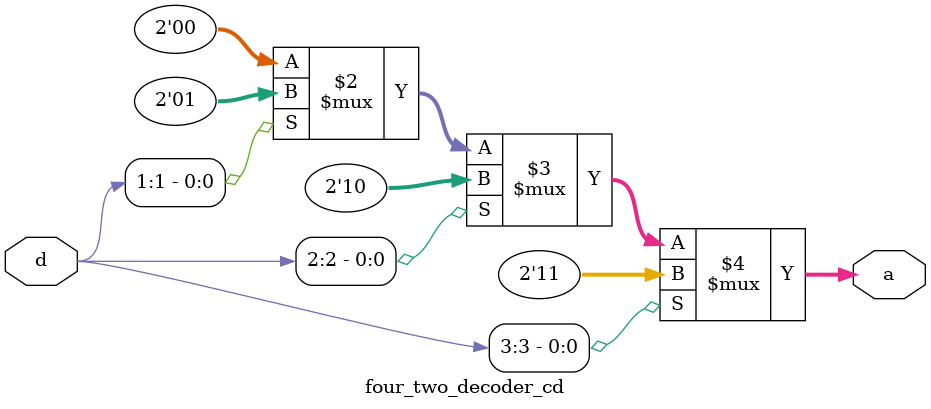
<source format=v>
`timescale 1ns / 1ps


module four_two_decoder_cd(input [3:0]d,output [1:0]a);
assign a=(d[3])?2'b11:(d[2])?2'b10:(d[1])?2'b01:(d[0])?2'b00:2'b00;
endmodule

</source>
